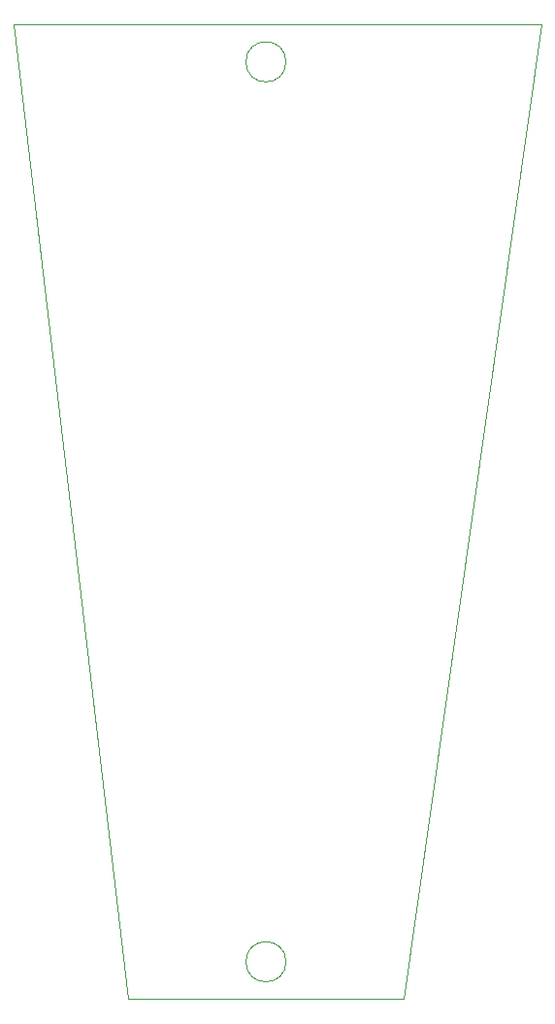
<source format=gm1>
G04 #@! TF.GenerationSoftware,KiCad,Pcbnew,6.0.11-2627ca5db0~126~ubuntu22.04.1*
G04 #@! TF.CreationDate,2023-10-21T17:03:14+02:00*
G04 #@! TF.ProjectId,CC_LED_Driver,43435f4c-4544-45f4-9472-697665722e6b,rev?*
G04 #@! TF.SameCoordinates,Original*
G04 #@! TF.FileFunction,Profile,NP*
%FSLAX46Y46*%
G04 Gerber Fmt 4.6, Leading zero omitted, Abs format (unit mm)*
G04 Created by KiCad (PCBNEW 6.0.11-2627ca5db0~126~ubuntu22.04.1) date 2023-10-21 17:03:14*
%MOMM*%
%LPD*%
G01*
G04 APERTURE LIST*
G04 #@! TA.AperFunction,Profile*
%ADD10C,0.100000*%
G04 #@! TD*
G04 APERTURE END LIST*
D10*
X112500000Y-146000000D02*
X102500000Y-61000000D01*
X126250000Y-64250000D02*
G75*
G03*
X126250000Y-64250000I-1750000J0D01*
G01*
X148500000Y-61000000D02*
X102500000Y-61000000D01*
X136500000Y-146000000D02*
X148500000Y-61000000D01*
X126250000Y-142750000D02*
G75*
G03*
X126250000Y-142750000I-1750000J0D01*
G01*
X112500000Y-146000000D02*
X136500000Y-146000000D01*
M02*

</source>
